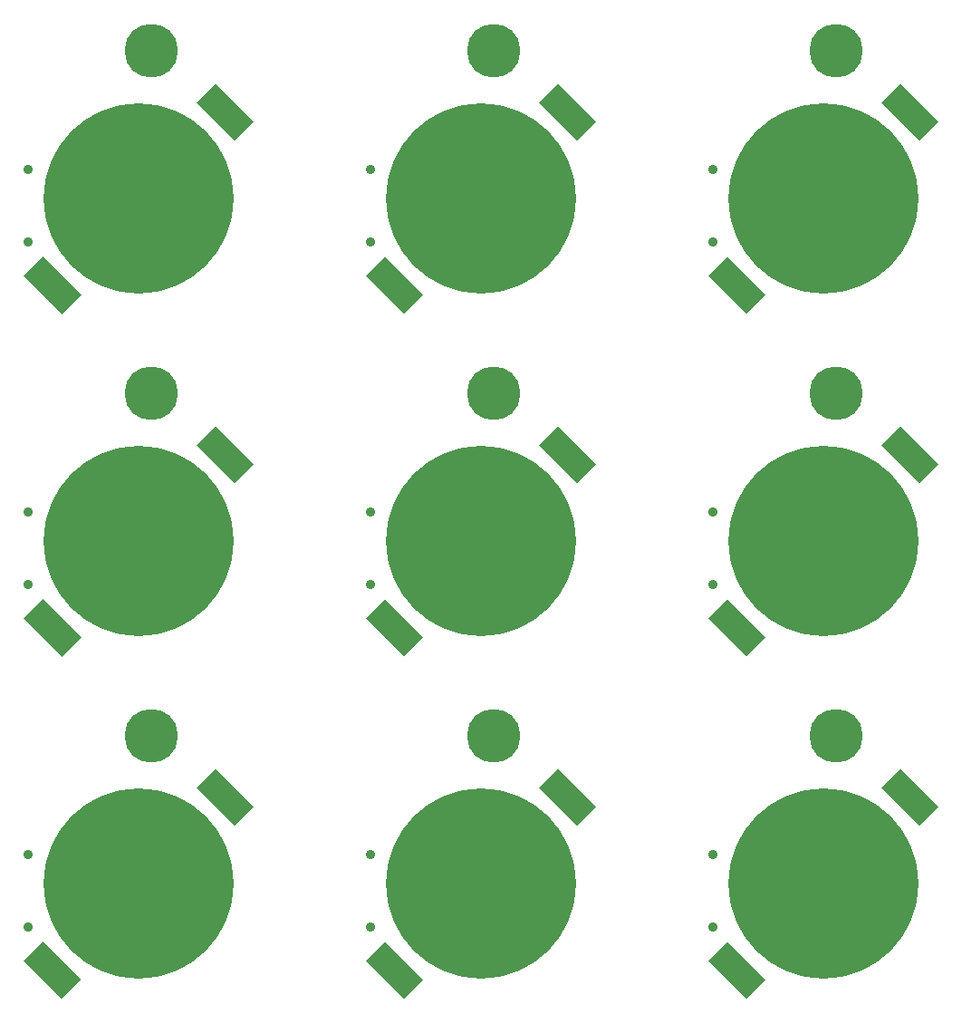
<source format=gbs>
%MOIN*%
%OFA0B0*%
%FSLAX46Y46*%
%IPPOS*%
%LPD*%
%ADD10C,0.0039370078740157488*%
%ADD11C,0.70000000000000007*%
%ADD12C,0.035433070866141732*%
%ADD13C,0.19685039370078741*%
%ADD24C,0.0039370078740157488*%
%ADD25C,0.70000000000000007*%
%ADD26C,0.035433070866141732*%
%ADD27C,0.19685039370078741*%
%ADD28C,0.0039370078740157488*%
%ADD29C,0.70000000000000007*%
%ADD30C,0.035433070866141732*%
%ADD31C,0.19685039370078741*%
%ADD32C,0.0039370078740157488*%
%ADD33C,0.70000000000000007*%
%ADD34C,0.035433070866141732*%
%ADD35C,0.19685039370078741*%
%ADD36C,0.0039370078740157488*%
%ADD37C,0.70000000000000007*%
%ADD38C,0.035433070866141732*%
%ADD39C,0.19685039370078741*%
%ADD40C,0.0039370078740157488*%
%ADD41C,0.70000000000000007*%
%ADD42C,0.035433070866141732*%
%ADD43C,0.19685039370078741*%
%ADD44C,0.0039370078740157488*%
%ADD45C,0.70000000000000007*%
%ADD46C,0.035433070866141732*%
%ADD47C,0.19685039370078741*%
%ADD48C,0.0039370078740157488*%
%ADD49C,0.70000000000000007*%
%ADD50C,0.035433070866141732*%
%ADD51C,0.19685039370078741*%
%ADD52C,0.0039370078740157488*%
%ADD53C,0.70000000000000007*%
%ADD54C,0.035433070866141732*%
%ADD55C,0.19685039370078741*%
G01G01*
D10*
D11*
X-0007473228Y0004104330D02*
X0000701771Y0000479330D03*
D10*
G36*
X0000984614Y0000903594D02*
X0001126035Y0000762173D01*
X0001055324Y0000691462D01*
X0000913903Y0000832884D01*
X0000984614Y0000903594D01*
X0000984614Y0000903594D01*
G37*
G36*
X0000348217Y0000267198D02*
X0000489639Y0000125777D01*
X0000418928Y0000055066D01*
X0000277507Y0000196487D01*
X0000348217Y0000267198D01*
X0000348217Y0000267198D01*
G37*
D12*
X0000293503Y0000320472D03*
X0000293503Y0000588188D03*
D13*
X0000748031Y0001023622D03*
G04 next file*
G04 #@! TF.FileFunction,Soldermask,Bot*
G04 Gerber Fmt 4.6, Leading zero omitted, Abs format (unit mm)*
G04 Created by KiCad (PCBNEW 4.0.7) date 06/29/18 14:44:45*
G01G01*
G04 APERTURE LIST*
G04 APERTURE END LIST*
D24*
D25*
X-0006213386Y0004104330D02*
X0001961613Y0000479330D03*
D24*
G36*
X0002244456Y0000903594D02*
X0002385877Y0000762173D01*
X0002315167Y0000691462D01*
X0002173745Y0000832884D01*
X0002244456Y0000903594D01*
X0002244456Y0000903594D01*
G37*
G36*
X0001608060Y0000267198D02*
X0001749481Y0000125777D01*
X0001678771Y0000055066D01*
X0001537349Y0000196487D01*
X0001608060Y0000267198D01*
X0001608060Y0000267198D01*
G37*
D26*
X0001553346Y0000320472D03*
X0001553346Y0000588188D03*
D27*
X0002007873Y0001023622D03*
G04 next file*
G04 #@! TF.FileFunction,Soldermask,Bot*
G04 Gerber Fmt 4.6, Leading zero omitted, Abs format (unit mm)*
G04 Created by KiCad (PCBNEW 4.0.7) date 06/29/18 14:44:45*
G01G01*
G04 APERTURE LIST*
G04 APERTURE END LIST*
D28*
D29*
X-0004953543Y0004104330D02*
X0003221456Y0000479330D03*
D28*
G36*
X0003504299Y0000903594D02*
X0003645720Y0000762173D01*
X0003575010Y0000691462D01*
X0003433588Y0000832884D01*
X0003504299Y0000903594D01*
X0003504299Y0000903594D01*
G37*
G36*
X0002867903Y0000267198D02*
X0003009324Y0000125777D01*
X0002938613Y0000055066D01*
X0002797192Y0000196487D01*
X0002867903Y0000267198D01*
X0002867903Y0000267198D01*
G37*
D30*
X0002813188Y0000320472D03*
X0002813188Y0000588188D03*
D31*
X0003267716Y0001023622D03*
G04 next file*
G04 #@! TF.FileFunction,Soldermask,Bot*
G04 Gerber Fmt 4.6, Leading zero omitted, Abs format (unit mm)*
G04 Created by KiCad (PCBNEW 4.0.7) date 06/29/18 14:44:45*
G01G01*
G04 APERTURE LIST*
G04 APERTURE END LIST*
D32*
D33*
X-0007473228Y0005364173D02*
X0000701771Y0001739173D03*
D32*
G36*
X0000984614Y0002163437D02*
X0001126035Y0002022015D01*
X0001055324Y0001951305D01*
X0000913903Y0002092726D01*
X0000984614Y0002163437D01*
X0000984614Y0002163437D01*
G37*
G36*
X0000348217Y0001527041D02*
X0000489639Y0001385619D01*
X0000418928Y0001314909D01*
X0000277507Y0001456330D01*
X0000348217Y0001527041D01*
X0000348217Y0001527041D01*
G37*
D34*
X0000293503Y0001580314D03*
X0000293503Y0001848031D03*
D35*
X0000748031Y0002283464D03*
G04 next file*
G04 #@! TF.FileFunction,Soldermask,Bot*
G04 Gerber Fmt 4.6, Leading zero omitted, Abs format (unit mm)*
G04 Created by KiCad (PCBNEW 4.0.7) date 06/29/18 14:44:45*
G01G01*
G04 APERTURE LIST*
G04 APERTURE END LIST*
D36*
D37*
X-0007473228Y0006624015D02*
X0000701771Y0002999015D03*
D36*
G36*
X0000984614Y0003423279D02*
X0001126035Y0003281858D01*
X0001055324Y0003211147D01*
X0000913903Y0003352569D01*
X0000984614Y0003423279D01*
X0000984614Y0003423279D01*
G37*
G36*
X0000348217Y0002786883D02*
X0000489639Y0002645462D01*
X0000418928Y0002574751D01*
X0000277507Y0002716173D01*
X0000348217Y0002786883D01*
X0000348217Y0002786883D01*
G37*
D38*
X0000293503Y0002840157D03*
X0000293503Y0003107874D03*
D39*
X0000748031Y0003543307D03*
G04 next file*
G04 #@! TF.FileFunction,Soldermask,Bot*
G04 Gerber Fmt 4.6, Leading zero omitted, Abs format (unit mm)*
G04 Created by KiCad (PCBNEW 4.0.7) date 06/29/18 14:44:45*
G01G01*
G04 APERTURE LIST*
G04 APERTURE END LIST*
D40*
D41*
X-0006213386Y0005364173D02*
X0001961613Y0001739173D03*
D40*
G36*
X0002244456Y0002163437D02*
X0002385877Y0002022015D01*
X0002315167Y0001951305D01*
X0002173745Y0002092726D01*
X0002244456Y0002163437D01*
X0002244456Y0002163437D01*
G37*
G36*
X0001608060Y0001527041D02*
X0001749481Y0001385619D01*
X0001678771Y0001314909D01*
X0001537349Y0001456330D01*
X0001608060Y0001527041D01*
X0001608060Y0001527041D01*
G37*
D42*
X0001553346Y0001580314D03*
X0001553346Y0001848031D03*
D43*
X0002007873Y0002283464D03*
G04 next file*
G04 #@! TF.FileFunction,Soldermask,Bot*
G04 Gerber Fmt 4.6, Leading zero omitted, Abs format (unit mm)*
G04 Created by KiCad (PCBNEW 4.0.7) date 06/29/18 14:44:45*
G01G01*
G04 APERTURE LIST*
G04 APERTURE END LIST*
D44*
D45*
X-0004953543Y0005364173D02*
X0003221456Y0001739173D03*
D44*
G36*
X0003504299Y0002163437D02*
X0003645720Y0002022015D01*
X0003575010Y0001951305D01*
X0003433588Y0002092726D01*
X0003504299Y0002163437D01*
X0003504299Y0002163437D01*
G37*
G36*
X0002867903Y0001527041D02*
X0003009324Y0001385619D01*
X0002938613Y0001314909D01*
X0002797192Y0001456330D01*
X0002867903Y0001527041D01*
X0002867903Y0001527041D01*
G37*
D46*
X0002813188Y0001580314D03*
X0002813188Y0001848031D03*
D47*
X0003267716Y0002283464D03*
G04 next file*
G04 #@! TF.FileFunction,Soldermask,Bot*
G04 Gerber Fmt 4.6, Leading zero omitted, Abs format (unit mm)*
G04 Created by KiCad (PCBNEW 4.0.7) date 06/29/18 14:44:45*
G01G01*
G04 APERTURE LIST*
G04 APERTURE END LIST*
D48*
D49*
X-0006213386Y0006624015D02*
X0001961613Y0002999015D03*
D48*
G36*
X0002244456Y0003423279D02*
X0002385877Y0003281858D01*
X0002315167Y0003211147D01*
X0002173745Y0003352569D01*
X0002244456Y0003423279D01*
X0002244456Y0003423279D01*
G37*
G36*
X0001608060Y0002786883D02*
X0001749481Y0002645462D01*
X0001678771Y0002574751D01*
X0001537349Y0002716173D01*
X0001608060Y0002786883D01*
X0001608060Y0002786883D01*
G37*
D50*
X0001553346Y0002840157D03*
X0001553346Y0003107874D03*
D51*
X0002007873Y0003543307D03*
G04 next file*
G04 #@! TF.FileFunction,Soldermask,Bot*
G04 Gerber Fmt 4.6, Leading zero omitted, Abs format (unit mm)*
G04 Created by KiCad (PCBNEW 4.0.7) date 06/29/18 14:44:45*
G01G01*
G04 APERTURE LIST*
G04 APERTURE END LIST*
D52*
D53*
X-0004953543Y0006624015D02*
X0003221456Y0002999015D03*
D52*
G36*
X0003504299Y0003423279D02*
X0003645720Y0003281858D01*
X0003575010Y0003211147D01*
X0003433588Y0003352569D01*
X0003504299Y0003423279D01*
X0003504299Y0003423279D01*
G37*
G36*
X0002867903Y0002786883D02*
X0003009324Y0002645462D01*
X0002938613Y0002574751D01*
X0002797192Y0002716173D01*
X0002867903Y0002786883D01*
X0002867903Y0002786883D01*
G37*
D54*
X0002813188Y0002840157D03*
X0002813188Y0003107874D03*
D55*
X0003267716Y0003543307D03*
M02*
</source>
